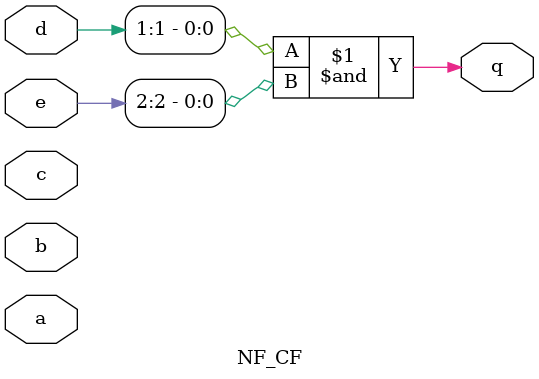
<source format=v>
/*
* -----------------------------------------------------------------
* COMPANY : Ruhr University Bochum
* AUTHOR  : Amir Moradi amir.moradi@rub.de Aein Rezaei Shahmirzadi aein.rezaeishahmirzadi@rub.de
* DOCUMENT: "Second-Order SCA Security with almost no Fresh Randomness" TCHES 2021, Issue 3
* -----------------------------------------------------------------
*
* Copyright c 2021, Amir Moradi, Aein Rezaei Shahmirzadi
*
* All rights reserved.
*
* THIS SOFTWARE IS PROVIDED BY THE COPYRIGHT HOLDERS AND CONTRIBUTORS "AS IS" AND
* ANY EXPRESS OR IMPLIED WARRANTIES, INCLUDING, BUT NOT LIMITED TO, THE IMPLIED
* WARRANTIES OF MERCHANTABILITY AND FITNESS FOR A PARTICULAR PURPOSE ARE
* DISCLAIMED. IN NO EVENT SHALL THE COPYRIGHT HOLDER OR CONTRIBUTERS BE LIABLE FOR ANY
* DIRECT, INDIRECT, INCIDENTAL, SPECIAL, EXEMPLARY, OR CONSEQUENTIAL DAMAGES
* INCLUDING, BUT NOT LIMITED TO, PROCUREMENT OF SUBSTITUTE GOODS OR SERVICES;
* LOSS OF USE, DATA, OR PROFITS; OR BUSINESS INTERRUPTION HOWEVER CAUSED AND
* ON ANY THEORY OF LIABILITY, WHETHER IN CONTRACT, STRICT LIABILITY, OR TORT
* INCLUDING NEGLIGENCE OR OTHERWISE ARISING IN ANY WAY OUT OF THE USE OF THIS
* SOFTWARE, EVEN IF ADVISED OF THE POSSIBILITY OF SUCH DAMAGE.
*
* Please see LICENSE and README for license and further instructions.
*/


module NF_CF(
    input [2:1] a,
    input [2:1] b,
    input [2:1] c,
    input [2:1] d,
    input [2:1] e,
    output q 
	 );
	 
	parameter num = 1;
	 
	generate

		if(num==0) begin
			assign q = a[1] ^ d[1] ^ (d[1] & e[1]);
		end
		if(num==1) begin
			assign q = d[1] & e[2];
		end
		if(num==2) begin
			assign q = a[2] ^ d[2] ^ (d[2] & e[1]);
		end
		if(num==3) begin
			assign q = d[2] & e[2];
		end
		
		
		if(num==4) begin
			assign q = a[1] & e[1];
		end
		if(num==5) begin
			assign q = b[1] ^ (a[1] & e[2]);
		end
		if(num==6) begin
			assign q = e[1] ^ (a[2] & e[1] );
		end
		if(num==7) begin
			assign q = b[2] ^ e[2] ^ (a[2] & e[2]);
		end
		
		
		if(num==8) begin
			assign q = a[1] & b[1];
		end
		if(num==9) begin
			assign q = a[1] ^ c[1] ^ (a[1] & b[2]);
		end
		if(num==10) begin
			assign q = a[2] ^ c[2] ^ (a[2] & b[1]);
		end
		if(num==11) begin
			assign q = a[2] & b[2];
		end
		
		
		if(num==12) begin
			assign q = a[1] ^ d[1] ^ (b[1] & c[1]);
		end
		if(num==13) begin
			assign q = a[1] ^ b[1] ^ (b[1] & c[2]);
		end
		if(num==14) begin
			assign q = b[2] & c[1];
		end
		if(num==15) begin
			assign q = b[2] ^ d[2] ^ (b[2] & c[2]);
		end
		
		if(num==16) begin
			assign q = e[1] ^ (c[1] & d[1]);
		end
		if(num==17) begin
			assign q = c[1] ^ (c[1] & d[2]);
		end
		if(num==18) begin
			assign q = a[2] ^ b[2] ^ e[2] ^ (c[2] & d[1]);
		end
		if(num==19) begin
			assign q = a[2] ^ b[2] ^ c[2] ^ (c[2] & d[2]);
		end

		

	endgenerate


endmodule

</source>
